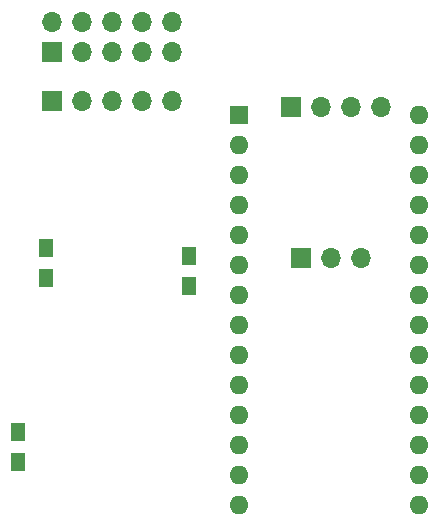
<source format=gbs>
G04 #@! TF.FileFunction,Soldermask,Bot*
%FSLAX46Y46*%
G04 Gerber Fmt 4.6, Leading zero omitted, Abs format (unit mm)*
G04 Created by KiCad (PCBNEW 4.0.6) date Saturday, October 28, 2017 'PMt' 05:20:16 PM*
%MOMM*%
%LPD*%
G01*
G04 APERTURE LIST*
%ADD10C,0.100000*%
%ADD11R,1.250000X1.500000*%
%ADD12R,1.700000X1.700000*%
%ADD13O,1.700000X1.700000*%
%ADD14R,1.600000X1.600000*%
%ADD15O,1.600000X1.600000*%
G04 APERTURE END LIST*
D10*
D11*
X107210000Y-64240000D03*
X107210000Y-66740000D03*
X119300000Y-67430000D03*
X119300000Y-64930000D03*
X104840000Y-82350000D03*
X104840000Y-79850000D03*
D12*
X107770000Y-47670000D03*
D13*
X107770000Y-45130000D03*
X110310000Y-47670000D03*
X110310000Y-45130000D03*
X112850000Y-47670000D03*
X112850000Y-45130000D03*
X115390000Y-47670000D03*
X115390000Y-45130000D03*
X117930000Y-47670000D03*
X117930000Y-45130000D03*
D14*
X123600000Y-52980000D03*
D15*
X138840000Y-86000000D03*
X123600000Y-55520000D03*
X138840000Y-83460000D03*
X123600000Y-58060000D03*
X138840000Y-80920000D03*
X123600000Y-60600000D03*
X138840000Y-78380000D03*
X123600000Y-63140000D03*
X138840000Y-75840000D03*
X123600000Y-65680000D03*
X138840000Y-73300000D03*
X123600000Y-68220000D03*
X138840000Y-70760000D03*
X123600000Y-70760000D03*
X138840000Y-68220000D03*
X123600000Y-73300000D03*
X138840000Y-65680000D03*
X123600000Y-75840000D03*
X138840000Y-63140000D03*
X123600000Y-78380000D03*
X138840000Y-60600000D03*
X123600000Y-80920000D03*
X138840000Y-58060000D03*
X123600000Y-83460000D03*
X138840000Y-55520000D03*
X123600000Y-86000000D03*
X138840000Y-52980000D03*
D12*
X128840000Y-65080000D03*
D13*
X131380000Y-65080000D03*
X133920000Y-65080000D03*
D12*
X127970000Y-52290000D03*
D13*
X130510000Y-52290000D03*
X133050000Y-52290000D03*
X135590000Y-52290000D03*
D12*
X107750000Y-51760000D03*
D13*
X110290000Y-51760000D03*
X112830000Y-51760000D03*
X115370000Y-51760000D03*
X117910000Y-51760000D03*
M02*

</source>
